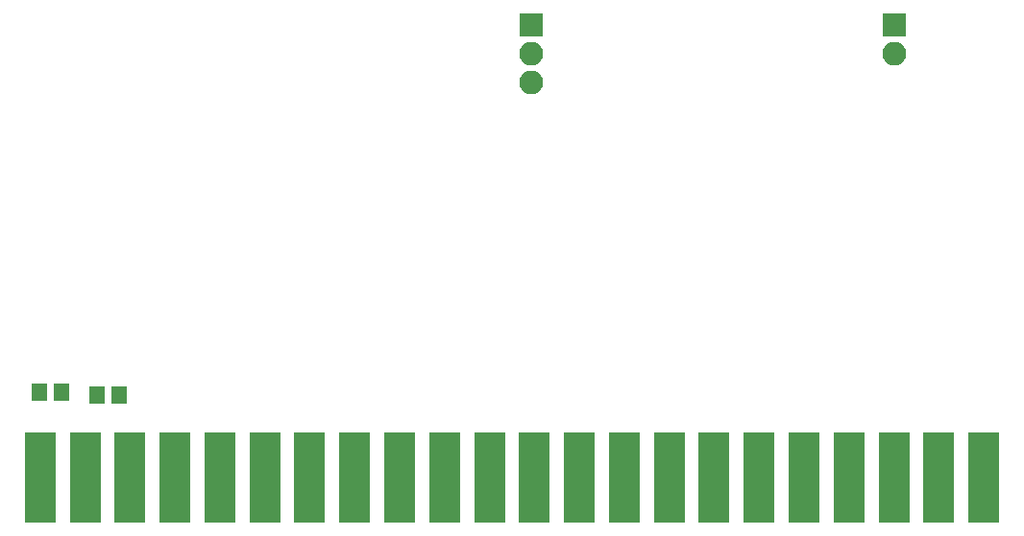
<source format=gbr>
G04 #@! TF.GenerationSoftware,KiCad,Pcbnew,5.0-dev-unknown-997d4de~62~ubuntu17.10.1*
G04 #@! TF.CreationDate,2018-02-23T16:33:40-08:00*
G04 #@! TF.ProjectId,Carrier_Board,436172726965725F426F6172642E6B69,rev?*
G04 #@! TF.SameCoordinates,Original*
G04 #@! TF.FileFunction,Soldermask,Top*
G04 #@! TF.FilePolarity,Negative*
%FSLAX46Y46*%
G04 Gerber Fmt 4.6, Leading zero omitted, Abs format (unit mm)*
G04 Created by KiCad (PCBNEW 5.0-dev-unknown-997d4de~62~ubuntu17.10.1) date Fri Feb 23 16:33:40 2018*
%MOMM*%
%LPD*%
G01*
G04 APERTURE LIST*
%ADD10R,1.400000X1.650000*%
%ADD11O,2.100000X2.100000*%
%ADD12R,2.100000X2.100000*%
%ADD13R,2.790000X8.000000*%
G04 APERTURE END LIST*
D10*
X102625000Y-117450000D03*
X100625000Y-117450000D03*
X107700000Y-117675000D03*
X105700000Y-117675000D03*
D11*
X144000000Y-90080000D03*
X144000000Y-87540000D03*
D12*
X144000000Y-85000000D03*
D13*
X100720001Y-125007500D03*
X104680001Y-125007500D03*
X108640001Y-125007500D03*
X112600001Y-125007500D03*
X116560001Y-125007500D03*
X120520001Y-125007500D03*
X124480001Y-125007500D03*
X128440001Y-125007500D03*
X132400001Y-125007500D03*
X136360001Y-125007500D03*
X140320001Y-125007500D03*
X144280001Y-125007500D03*
X148240001Y-125007500D03*
X152200001Y-125007500D03*
X156160001Y-125007500D03*
X160120001Y-125007500D03*
X164080001Y-125007500D03*
X168040001Y-125007500D03*
X172000001Y-125007500D03*
X175960001Y-125007500D03*
X179920001Y-125007500D03*
X183880001Y-125007500D03*
D11*
X176000000Y-87540000D03*
D12*
X176000000Y-85000000D03*
M02*

</source>
